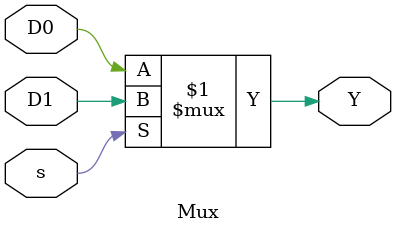
<source format=v>
module Mux( 
		input  D0, D1, s,
		output Y
	);
	assign Y = s ? D1:D0;
endmodule
</source>
